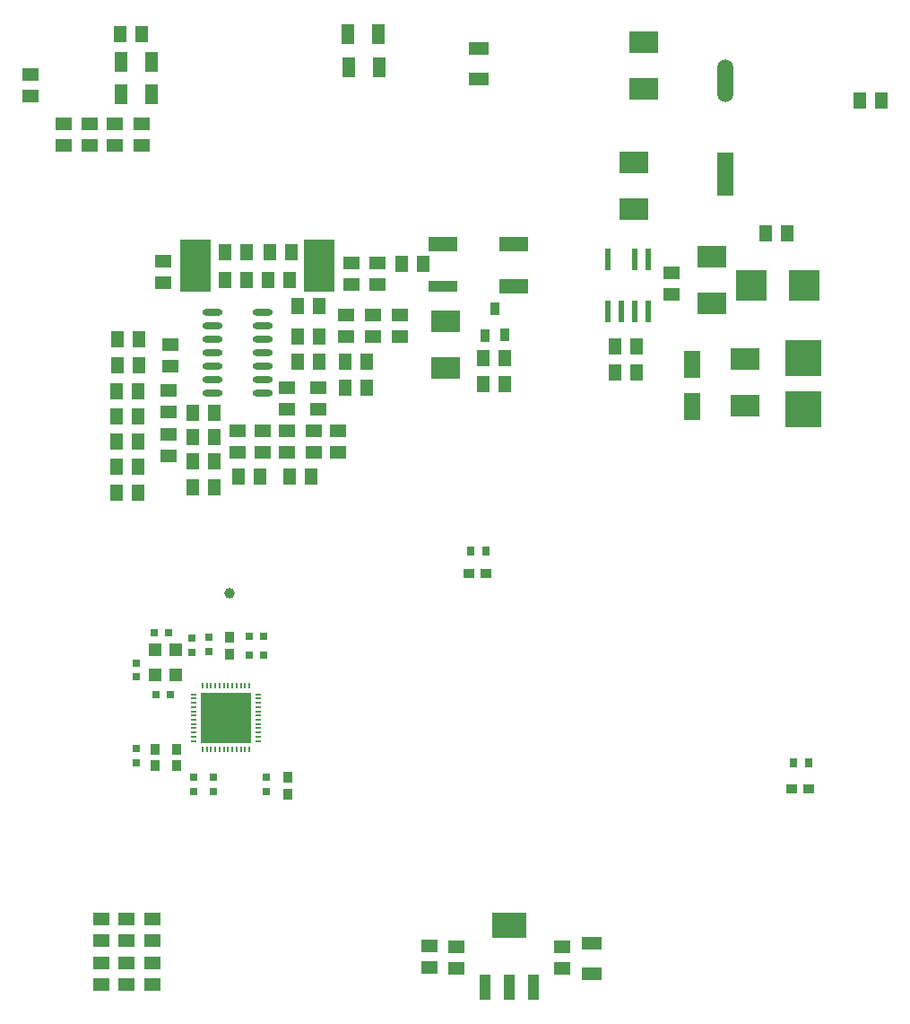
<source format=gtp>
G04 Layer_Color=8421504*
%FSLAX44Y44*%
%MOMM*%
G71*
G01*
G75*
%ADD10R,1.6002X1.2700*%
%ADD11R,3.3000X2.4000*%
%ADD12R,1.0000X2.4000*%
%ADD13R,1.8500X1.3000*%
%ADD14R,0.7620X0.8128*%
%ADD15R,1.0000X0.9500*%
%ADD16R,0.9500X1.0000*%
%ADD17R,0.8000X0.7500*%
%ADD18R,1.3000X1.3000*%
%ADD19R,0.7500X0.8000*%
%ADD20C,1.0000*%
%ADD21O,0.2000X0.6500*%
%ADD22O,0.6500X0.2000*%
%ADD23R,4.7000X4.7000*%
%ADD33R,1.2700X1.6002*%
%ADD34R,2.7500X1.4000*%
%ADD35R,2.7500X1.0000*%
%ADD36R,1.5000X2.5000*%
%ADD37R,3.5000X3.5000*%
%ADD38R,3.0000X3.0000*%
%ADD39R,2.7430X2.1590*%
%ADD40R,0.6000X2.0000*%
%ADD41R,0.8500X1.2000*%
%ADD42O,1.5000X4.0640*%
%ADD43R,1.5000X4.0640*%
%ADD44O,1.9000X0.6000*%
%ADD45R,3.0000X5.0000*%
%ADD46R,1.3000X1.8500*%
D10*
X713500Y329367D02*
D03*
Y349687D02*
D03*
X689500Y329527D02*
D03*
Y349847D02*
D03*
X665500Y349687D02*
D03*
Y329367D02*
D03*
X713500Y391687D02*
D03*
Y371367D02*
D03*
X689500Y391527D02*
D03*
Y371207D02*
D03*
X665500Y371367D02*
D03*
Y391687D02*
D03*
X1100500Y365687D02*
D03*
Y345367D02*
D03*
X975500Y345527D02*
D03*
Y365847D02*
D03*
X1000500Y345367D02*
D03*
Y365687D02*
D03*
X729404Y869999D02*
D03*
Y890319D02*
D03*
X794174Y831899D02*
D03*
Y852219D02*
D03*
X818304Y831899D02*
D03*
Y852219D02*
D03*
X841164Y892859D02*
D03*
Y872539D02*
D03*
Y831899D02*
D03*
Y852219D02*
D03*
X889424Y831899D02*
D03*
Y852219D02*
D03*
X866564Y831899D02*
D03*
Y852219D02*
D03*
X870374Y892859D02*
D03*
Y872539D02*
D03*
X897044Y961439D02*
D03*
Y941119D02*
D03*
X724070Y1011985D02*
D03*
Y991665D02*
D03*
X926000Y1010715D02*
D03*
Y990395D02*
D03*
X1203622Y1001063D02*
D03*
Y980743D02*
D03*
X730420Y933245D02*
D03*
Y912925D02*
D03*
X598340Y1168195D02*
D03*
Y1188515D02*
D03*
X947844Y941119D02*
D03*
Y961439D02*
D03*
X901870Y1010715D02*
D03*
Y990395D02*
D03*
X922444Y961439D02*
D03*
Y941119D02*
D03*
X630090Y1141525D02*
D03*
Y1121205D02*
D03*
X654220Y1141525D02*
D03*
Y1121205D02*
D03*
X678604Y1141779D02*
D03*
Y1121459D02*
D03*
X704004Y1141779D02*
D03*
Y1121459D02*
D03*
X729404Y848409D02*
D03*
Y828089D02*
D03*
D11*
X1050500Y385527D02*
D03*
D12*
X1073500Y327527D02*
D03*
X1050500Y327527D02*
D03*
X1027500Y327527D02*
D03*
D13*
X1128500Y340027D02*
D03*
Y369027D02*
D03*
X1022193Y1184154D02*
D03*
Y1213154D02*
D03*
D14*
X1014515Y738527D02*
D03*
X1028485D02*
D03*
X1333465Y538517D02*
D03*
X1319495D02*
D03*
D15*
X1012500Y717527D02*
D03*
X1028500D02*
D03*
X1333500Y514527D02*
D03*
X1317500D02*
D03*
D16*
X841500Y525527D02*
D03*
Y509527D02*
D03*
X716026Y551951D02*
D03*
Y535951D02*
D03*
X736346Y535951D02*
D03*
Y551951D02*
D03*
X786500Y641527D02*
D03*
Y657527D02*
D03*
D17*
X698500Y552277D02*
D03*
Y538777D02*
D03*
Y619777D02*
D03*
Y633277D02*
D03*
X752586Y511801D02*
D03*
Y525301D02*
D03*
X771636Y511801D02*
D03*
Y525301D02*
D03*
X751360Y656931D02*
D03*
Y643431D02*
D03*
X767500Y657277D02*
D03*
Y643777D02*
D03*
X821166Y511801D02*
D03*
Y525301D02*
D03*
D18*
X716110Y645171D02*
D03*
Y622171D02*
D03*
X735810Y645171D02*
D03*
Y622171D02*
D03*
D19*
X729250Y661527D02*
D03*
X715750D02*
D03*
X717500Y603527D02*
D03*
X731000D02*
D03*
X818500Y658527D02*
D03*
X805000D02*
D03*
Y640527D02*
D03*
X818500D02*
D03*
D20*
X786500Y698527D02*
D03*
D21*
X761250Y551277D02*
D03*
X765250D02*
D03*
X769250D02*
D03*
X773250D02*
D03*
X777250D02*
D03*
X781250D02*
D03*
X785250D02*
D03*
X789250D02*
D03*
X793250D02*
D03*
X797250D02*
D03*
X801250D02*
D03*
X805250D02*
D03*
Y611777D02*
D03*
X801250D02*
D03*
X797250D02*
D03*
X793250D02*
D03*
X789250D02*
D03*
X785250D02*
D03*
X781250D02*
D03*
X777250D02*
D03*
X773250D02*
D03*
X769250D02*
D03*
X765250D02*
D03*
X761250D02*
D03*
D22*
X813500Y559527D02*
D03*
Y563527D02*
D03*
Y567527D02*
D03*
Y571527D02*
D03*
Y575527D02*
D03*
Y579527D02*
D03*
Y583527D02*
D03*
Y587527D02*
D03*
Y591527D02*
D03*
Y595527D02*
D03*
Y599527D02*
D03*
Y603527D02*
D03*
X753000D02*
D03*
Y599527D02*
D03*
Y595527D02*
D03*
Y591527D02*
D03*
Y587527D02*
D03*
Y583527D02*
D03*
Y579527D02*
D03*
Y575527D02*
D03*
Y571527D02*
D03*
Y567527D02*
D03*
Y563527D02*
D03*
Y559527D02*
D03*
D23*
X783250Y581527D02*
D03*
D33*
X772584Y823009D02*
D03*
X752264D02*
D03*
X772584Y845869D02*
D03*
X752264D02*
D03*
X752264Y868729D02*
D03*
X772584D02*
D03*
X948860Y1009445D02*
D03*
X969180D02*
D03*
X844720Y1020875D02*
D03*
X824400D02*
D03*
X782490D02*
D03*
X802810D02*
D03*
X782490Y994205D02*
D03*
X802810D02*
D03*
X871644Y941119D02*
D03*
X851324D02*
D03*
X823130Y994205D02*
D03*
X843450D02*
D03*
X871644Y916989D02*
D03*
X851324D02*
D03*
X871390Y970075D02*
D03*
X851070D02*
D03*
X1026520Y920855D02*
D03*
X1046840D02*
D03*
X1026520Y895855D02*
D03*
X1046840D02*
D03*
X1382184Y1163369D02*
D03*
X1402504D02*
D03*
X1312842Y1038655D02*
D03*
X1292522D02*
D03*
X1151044Y931467D02*
D03*
X1171364D02*
D03*
X1171110Y907083D02*
D03*
X1150790D02*
D03*
X701210Y914195D02*
D03*
X680890D02*
D03*
X701210Y938325D02*
D03*
X680890D02*
D03*
X703750Y1226615D02*
D03*
X683430D02*
D03*
X700194Y889049D02*
D03*
X679874D02*
D03*
X699940Y865935D02*
D03*
X679620D02*
D03*
X679874Y842059D02*
D03*
X700194D02*
D03*
X700194Y817929D02*
D03*
X679874D02*
D03*
X700194Y793799D02*
D03*
X679874D02*
D03*
X916094Y916989D02*
D03*
X895774D02*
D03*
X895774Y892859D02*
D03*
X916094D02*
D03*
X772584Y798879D02*
D03*
X752264D02*
D03*
X815764Y809039D02*
D03*
X795444D02*
D03*
X843704D02*
D03*
X864024D02*
D03*
D34*
X987751Y1028432D02*
D03*
X1055251D02*
D03*
Y988432D02*
D03*
D35*
X987751D02*
D03*
D36*
X1223180Y874891D02*
D03*
Y914891D02*
D03*
D37*
X1328098Y921129D02*
D03*
Y872129D02*
D03*
D38*
X1329606Y989379D02*
D03*
X1279606D02*
D03*
D39*
X1177714Y1218999D02*
D03*
Y1174799D02*
D03*
X1241976Y972107D02*
D03*
Y1016307D02*
D03*
X1273726Y875841D02*
D03*
Y920041D02*
D03*
X1168824Y1061513D02*
D03*
Y1105713D02*
D03*
X991024Y911399D02*
D03*
Y955599D02*
D03*
D40*
X1181778Y1013509D02*
D03*
X1169078D02*
D03*
X1143678D02*
D03*
X1181778Y964509D02*
D03*
X1169078D02*
D03*
X1156378D02*
D03*
X1143678D02*
D03*
D41*
X1028006Y942335D02*
D03*
X1046904Y942389D02*
D03*
X1037506Y967335D02*
D03*
D42*
X1254422Y1182165D02*
D03*
D43*
Y1094535D02*
D03*
D44*
X817674Y887779D02*
D03*
Y900479D02*
D03*
Y913179D02*
D03*
Y925879D02*
D03*
Y938579D02*
D03*
Y951279D02*
D03*
Y963979D02*
D03*
X770674Y887779D02*
D03*
Y900479D02*
D03*
Y913179D02*
D03*
Y925879D02*
D03*
Y938579D02*
D03*
Y951279D02*
D03*
Y963979D02*
D03*
D45*
X871390Y1008175D02*
D03*
X754550D02*
D03*
D46*
X713170Y1199945D02*
D03*
X684170D02*
D03*
X713170Y1169465D02*
D03*
X684170D02*
D03*
X927502Y1226251D02*
D03*
X898502D02*
D03*
X927975Y1194923D02*
D03*
X898975D02*
D03*
M02*

</source>
